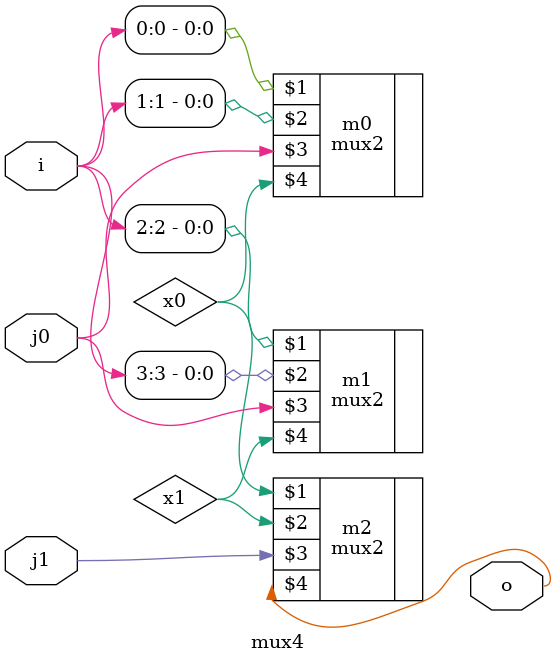
<source format=v>
module mux4 (input wire [0:3]i, input wire j0, j1, output wire o);
wire x0, x1;

mux2 m0 (i[0], i[1], j0, x0);
mux2 m1 (i[2], i[3], j0, x1);
mux2 m2 (x0, x1, j1, o);

endmodule

</source>
